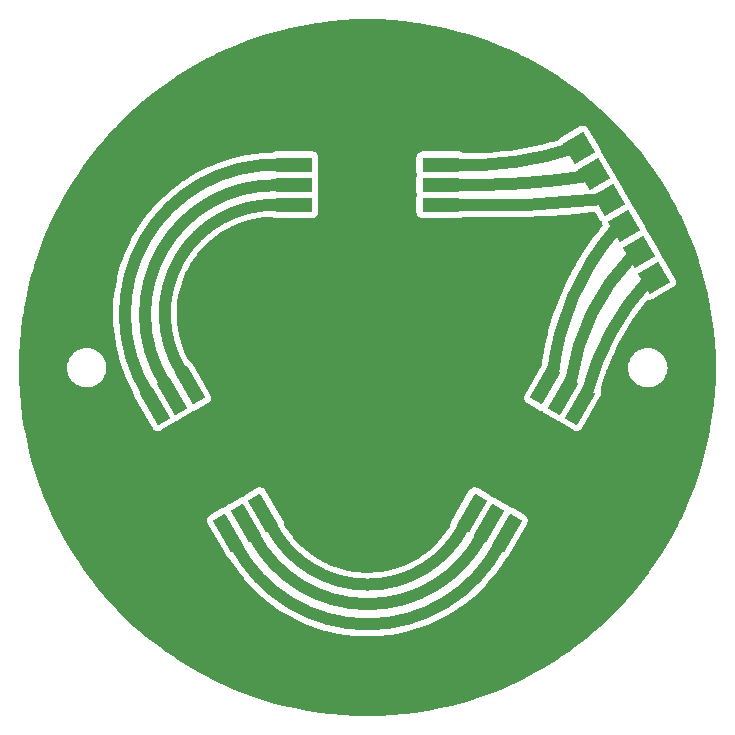
<source format=gtl>
%TF.GenerationSoftware,KiCad,Pcbnew,(5.99.0-11336-g5116fa6d12)*%
%TF.CreationDate,2021-07-16T01:57:22+02:00*%
%TF.ProjectId,LED_PCB_60mm,4c45445f-5043-4425-9f36-306d6d2e6b69,rev?*%
%TF.SameCoordinates,Original*%
%TF.FileFunction,Copper,L1,Top*%
%TF.FilePolarity,Positive*%
%FSLAX46Y46*%
G04 Gerber Fmt 4.6, Leading zero omitted, Abs format (unit mm)*
G04 Created by KiCad (PCBNEW (5.99.0-11336-g5116fa6d12)) date 2021-07-16 01:57:22*
%MOMM*%
%LPD*%
G01*
G04 APERTURE LIST*
G04 Aperture macros list*
%AMRotRect*
0 Rectangle, with rotation*
0 The origin of the aperture is its center*
0 $1 length*
0 $2 width*
0 $3 Rotation angle, in degrees counterclockwise*
0 Add horizontal line*
21,1,$1,$2,0,0,$3*%
G04 Aperture macros list end*
%TA.AperFunction,NonConductor*%
%ADD10C,1.000000*%
%TD*%
%TA.AperFunction,SMDPad,CuDef*%
%ADD11RotRect,2.000000X2.000000X300.000000*%
%TD*%
%TA.AperFunction,SMDPad,CuDef*%
%ADD12R,3.100000X1.200000*%
%TD*%
%TA.AperFunction,SMDPad,CuDef*%
%ADD13C,5.700000*%
%TD*%
%TA.AperFunction,SMDPad,CuDef*%
%ADD14RotRect,3.100000X1.200000X240.000000*%
%TD*%
%TA.AperFunction,SMDPad,CuDef*%
%ADD15RotRect,3.100000X1.200000X60.000000*%
%TD*%
%TA.AperFunction,SMDPad,CuDef*%
%ADD16RotRect,3.100000X1.200000X120.000000*%
%TD*%
%TA.AperFunction,SMDPad,CuDef*%
%ADD17RotRect,3.100000X1.200000X300.000000*%
%TD*%
%TA.AperFunction,Conductor*%
%ADD18C,0.250000*%
%TD*%
G04 APERTURE END LIST*
D10*
X159958846Y-104358473D02*
G75*
G02*
X140589396Y-104337600I-9679234J5105817D01*
G01*
X131673598Y-92405201D02*
G75*
G02*
X142849600Y-72999600I10692891J6762811D01*
G01*
X169113200Y-73914000D02*
G75*
G02*
X157716857Y-74685339I-9985390J62956931D01*
G01*
X171145200Y-78587600D02*
G75*
G03*
X165963600Y-90627200I16581487J-14271164D01*
G01*
X172669199Y-80721199D02*
G75*
G03*
X167487600Y-91287600I13510788J-13179171D01*
G01*
X167894000Y-71526400D02*
G75*
G02*
X157632400Y-72999600I-9089707J26839236D01*
G01*
X158411758Y-103609237D02*
G75*
G02*
X142117402Y-103631382I-8153000J4272642D01*
G01*
X161461942Y-105133108D02*
G75*
G02*
X139068197Y-105157207I-11203212J5878910D01*
G01*
X133095999Y-91490799D02*
G75*
G02*
X142798800Y-74726800I9261384J5829554D01*
G01*
X174040800Y-82753200D02*
G75*
G03*
X168910000Y-92100400I16298044J-15027990D01*
G01*
X134518400Y-90525600D02*
G75*
G02*
X142646400Y-76403200I7776717J4924385D01*
G01*
X170129200Y-75895200D02*
G75*
G02*
X157657316Y-76380688I-9279669J77948701D01*
G01*
D11*
%TO.P,J4,1,Pin_1*%
%TO.N,Net-(D3-Pad2)*%
X173228000Y-80345409D03*
%TD*%
%TO.P,J6,1,Pin_1*%
%TO.N,Net-(D3-Pad3)*%
X171958000Y-78145704D03*
%TD*%
D12*
%TO.P,D1,1,RK*%
%TO.N,Net-(D1-Pad1)*%
X144022000Y-72976000D03*
%TO.P,D1,2,GK*%
%TO.N,Net-(D1-Pad2)*%
X144022000Y-74676000D03*
%TO.P,D1,3,BK*%
%TO.N,Net-(D1-Pad3)*%
X144022000Y-76376000D03*
%TO.P,D1,4,BA*%
%TO.N,Net-(D1-Pad4)*%
X156462000Y-76376000D03*
%TO.P,D1,5,GA*%
%TO.N,Net-(D1-Pad5)*%
X156462000Y-74676000D03*
%TO.P,D1,6,RA*%
%TO.N,Net-(D1-Pad6)*%
X156462000Y-72976000D03*
D13*
%TO.P,D1,PAD*%
%TO.N,GND*%
X150242000Y-74676000D03*
%TD*%
D14*
%TO.P,D3,1,RK*%
%TO.N,Net-(D3-Pad1)*%
X168242441Y-93380322D03*
%TO.P,D3,2,GK*%
%TO.N,Net-(D3-Pad2)*%
X166770198Y-92530322D03*
%TO.P,D3,3,BK*%
%TO.N,Net-(D3-Pad3)*%
X165297955Y-91680322D03*
D15*
%TO.P,D3,4,BA*%
%TO.N,Net-(D2-Pad3)*%
X159077955Y-102453678D03*
%TO.P,D3,5,GA*%
%TO.N,Net-(D2-Pad2)*%
X160550198Y-103303678D03*
%TO.P,D3,6,RA*%
%TO.N,Net-(D2-Pad1)*%
X162022441Y-104153678D03*
D13*
%TO.P,D3,PAD*%
%TO.N,GND*%
X163660198Y-97917000D03*
%TD*%
D11*
%TO.P,J3,1,Pin_1*%
%TO.N,Net-(D1-Pad5)*%
X169418000Y-73746295D03*
%TD*%
%TO.P,J2,1,Pin_1*%
%TO.N,Net-(D3-Pad1)*%
X174498000Y-82545113D03*
%TD*%
D16*
%TO.P,D2,1,RK*%
%TO.N,Net-(D2-Pad1)*%
X138461559Y-104153678D03*
%TO.P,D2,2,GK*%
%TO.N,Net-(D2-Pad2)*%
X139933802Y-103303678D03*
%TO.P,D2,3,BK*%
%TO.N,Net-(D2-Pad3)*%
X141406045Y-102453678D03*
D17*
%TO.P,D2,4,BA*%
%TO.N,Net-(D1-Pad3)*%
X135186045Y-91680322D03*
%TO.P,D2,5,GA*%
%TO.N,Net-(D1-Pad2)*%
X133713802Y-92530322D03*
%TO.P,D2,6,RA*%
%TO.N,Net-(D1-Pad1)*%
X132241559Y-93380322D03*
D13*
%TO.P,D2,PAD*%
%TO.N,GND*%
X136823802Y-97917000D03*
%TD*%
D11*
%TO.P,J5,1,Pin_1*%
%TO.N,Net-(D1-Pad4)*%
X170688000Y-75946000D03*
%TD*%
%TO.P,J1,1,Pin_1*%
%TO.N,Net-(D1-Pad6)*%
X168148000Y-71546591D03*
%TD*%
D18*
%TO.N,Net-(D1-Pad2)*%
X144022000Y-74676000D02*
X143072000Y-74676000D01*
%TO.N,Net-(D1-Pad3)*%
X144022000Y-76450000D02*
X144018000Y-76454000D01*
X144022000Y-76376000D02*
X144022000Y-76450000D01*
%TD*%
%TA.AperFunction,Conductor*%
%TO.N,GND*%
G36*
X151021566Y-60686688D02*
G01*
X151269244Y-60691011D01*
X151273639Y-60691165D01*
X152297380Y-60744817D01*
X152301768Y-60745123D01*
X153323085Y-60834476D01*
X153327459Y-60834936D01*
X154344994Y-60959874D01*
X154349349Y-60960486D01*
X154615705Y-61002672D01*
X155361946Y-61120865D01*
X155366231Y-61121621D01*
X156372596Y-61317238D01*
X156376875Y-61318148D01*
X157152364Y-61497184D01*
X157375811Y-61548771D01*
X157380078Y-61549835D01*
X158370354Y-61815178D01*
X158374565Y-61816387D01*
X158825854Y-61954359D01*
X159354943Y-62116118D01*
X159359126Y-62117477D01*
X160328464Y-62451247D01*
X160332596Y-62452751D01*
X161289672Y-62820138D01*
X161293750Y-62821785D01*
X161713099Y-62999788D01*
X162237469Y-63222370D01*
X162241460Y-63224147D01*
X163170636Y-63657429D01*
X163174528Y-63659327D01*
X163986718Y-64073158D01*
X164088014Y-64124771D01*
X164091897Y-64126836D01*
X164988551Y-64623860D01*
X164992325Y-64626039D01*
X165871122Y-65154073D01*
X165874819Y-65156384D01*
X166304727Y-65435569D01*
X166734618Y-65714744D01*
X166738263Y-65717203D01*
X167578052Y-66305228D01*
X167581611Y-66307813D01*
X168400376Y-66924798D01*
X168403841Y-66927506D01*
X169200532Y-67572653D01*
X169203901Y-67575480D01*
X169977623Y-68248067D01*
X169980892Y-68251009D01*
X170730696Y-68950212D01*
X170733859Y-68953268D01*
X171458732Y-69678141D01*
X171461787Y-69681303D01*
X171627009Y-69858482D01*
X172160991Y-70431108D01*
X172163933Y-70434377D01*
X172836520Y-71208099D01*
X172839347Y-71211468D01*
X173484494Y-72008159D01*
X173487200Y-72011622D01*
X174026174Y-72726862D01*
X174104187Y-72830389D01*
X174106772Y-72833948D01*
X174694797Y-73673737D01*
X174697256Y-73677382D01*
X175255606Y-74537164D01*
X175257927Y-74540878D01*
X175781204Y-75411756D01*
X175785951Y-75419657D01*
X175788140Y-75423449D01*
X175983563Y-75776000D01*
X176285164Y-76320103D01*
X176287229Y-76323986D01*
X176752673Y-77237472D01*
X176754571Y-77241364D01*
X177168708Y-78129483D01*
X177187847Y-78170527D01*
X177189630Y-78174531D01*
X177327870Y-78500203D01*
X177590215Y-79118250D01*
X177591862Y-79122328D01*
X177959249Y-80079404D01*
X177960753Y-80083536D01*
X178294523Y-81052874D01*
X178295882Y-81057057D01*
X178359758Y-81265986D01*
X178586612Y-82007991D01*
X178595611Y-82037427D01*
X178596824Y-82041655D01*
X178862165Y-83031922D01*
X178863229Y-83036189D01*
X179071492Y-83938269D01*
X179093850Y-84035113D01*
X179094762Y-84039404D01*
X179256501Y-84871478D01*
X179290375Y-85045746D01*
X179291135Y-85050054D01*
X179350783Y-85426656D01*
X179451514Y-86062651D01*
X179452126Y-86067006D01*
X179577064Y-87084541D01*
X179577524Y-87088915D01*
X179666877Y-88110232D01*
X179667183Y-88114620D01*
X179720835Y-89138361D01*
X179720989Y-89142756D01*
X179736228Y-90015737D01*
X179738882Y-90167801D01*
X179738882Y-90172177D01*
X179729320Y-90719964D01*
X179720989Y-91197244D01*
X179720835Y-91201639D01*
X179667183Y-92225380D01*
X179666877Y-92229768D01*
X179577524Y-93251085D01*
X179577064Y-93255459D01*
X179452126Y-94272994D01*
X179451514Y-94277349D01*
X179358506Y-94864585D01*
X179291139Y-95289923D01*
X179290379Y-95294231D01*
X179243466Y-95535579D01*
X179094764Y-96300585D01*
X179093850Y-96304887D01*
X178863229Y-97303811D01*
X178862165Y-97308078D01*
X178596824Y-98298345D01*
X178595611Y-98302573D01*
X178295882Y-99282943D01*
X178294523Y-99287126D01*
X177960753Y-100256464D01*
X177959249Y-100260596D01*
X177591862Y-101217672D01*
X177590215Y-101221750D01*
X177231583Y-102066635D01*
X177189636Y-102165455D01*
X177187853Y-102169460D01*
X176754571Y-103098636D01*
X176752673Y-103102528D01*
X176516656Y-103565738D01*
X176287229Y-104016014D01*
X176285164Y-104019897D01*
X176001433Y-104531762D01*
X175788150Y-104916534D01*
X175785961Y-104920325D01*
X175257937Y-105799106D01*
X175255616Y-105802819D01*
X175093277Y-106052800D01*
X174697256Y-106662618D01*
X174694797Y-106666263D01*
X174106772Y-107506052D01*
X174104193Y-107509602D01*
X174086435Y-107533168D01*
X173487202Y-108328376D01*
X173484494Y-108331841D01*
X172839347Y-109128532D01*
X172836520Y-109131901D01*
X172163933Y-109905623D01*
X172160992Y-109908891D01*
X171640572Y-110466974D01*
X171461788Y-110658696D01*
X171458732Y-110661859D01*
X170733859Y-111386732D01*
X170730696Y-111389788D01*
X169980892Y-112088991D01*
X169977623Y-112091933D01*
X169203901Y-112764520D01*
X169200532Y-112767347D01*
X168403841Y-113412494D01*
X168400376Y-113415202D01*
X167581611Y-114032187D01*
X167578052Y-114034772D01*
X166738263Y-114622797D01*
X166734618Y-114625256D01*
X166304727Y-114904431D01*
X165874819Y-115183616D01*
X165871122Y-115185927D01*
X164992325Y-115713961D01*
X164988551Y-115716140D01*
X164392623Y-116046469D01*
X164091897Y-116213164D01*
X164088014Y-116215229D01*
X163174528Y-116680673D01*
X163170636Y-116682571D01*
X162241460Y-117115853D01*
X162237469Y-117117630D01*
X161713099Y-117340212D01*
X161293750Y-117518215D01*
X161289672Y-117519862D01*
X160332596Y-117887249D01*
X160328464Y-117888753D01*
X159359126Y-118222523D01*
X159354943Y-118223882D01*
X158825854Y-118385641D01*
X158578920Y-118461136D01*
X158374573Y-118523611D01*
X158370354Y-118524822D01*
X157683572Y-118708844D01*
X157380078Y-118790165D01*
X157375811Y-118791229D01*
X156376875Y-119021852D01*
X156372596Y-119022762D01*
X155366231Y-119218379D01*
X155361946Y-119219135D01*
X154615705Y-119337328D01*
X154349349Y-119379514D01*
X154344994Y-119380126D01*
X153327459Y-119505064D01*
X153323085Y-119505524D01*
X152301768Y-119594877D01*
X152297380Y-119595183D01*
X151273639Y-119648835D01*
X151269244Y-119648989D01*
X151021566Y-119653312D01*
X150244177Y-119666882D01*
X150239823Y-119666882D01*
X149462434Y-119653312D01*
X149214756Y-119648989D01*
X149210361Y-119648835D01*
X148186620Y-119595183D01*
X148182232Y-119594877D01*
X147160915Y-119505524D01*
X147156541Y-119505064D01*
X146139006Y-119380126D01*
X146134651Y-119379514D01*
X145868295Y-119337328D01*
X145122054Y-119219135D01*
X145117769Y-119218379D01*
X144111404Y-119022762D01*
X144107125Y-119021852D01*
X143108189Y-118791229D01*
X143103922Y-118790165D01*
X142800428Y-118708844D01*
X142113646Y-118524822D01*
X142109427Y-118523611D01*
X141905081Y-118461136D01*
X141658146Y-118385641D01*
X141129057Y-118223882D01*
X141124874Y-118222523D01*
X140155536Y-117888753D01*
X140151404Y-117887249D01*
X139194328Y-117519862D01*
X139190250Y-117518215D01*
X138770901Y-117340212D01*
X138246531Y-117117630D01*
X138242540Y-117115853D01*
X137313364Y-116682571D01*
X137309472Y-116680673D01*
X136395986Y-116215229D01*
X136392103Y-116213164D01*
X136091377Y-116046469D01*
X135495449Y-115716140D01*
X135491675Y-115713961D01*
X134612878Y-115185927D01*
X134609181Y-115183616D01*
X134179273Y-114904431D01*
X133749382Y-114625256D01*
X133745737Y-114622797D01*
X132905948Y-114034772D01*
X132902389Y-114032187D01*
X132083624Y-113415202D01*
X132080159Y-113412494D01*
X131283468Y-112767347D01*
X131280099Y-112764520D01*
X130506377Y-112091933D01*
X130503108Y-112088991D01*
X129753304Y-111389788D01*
X129750141Y-111386732D01*
X129025268Y-110661859D01*
X129022212Y-110658696D01*
X128843429Y-110466974D01*
X128323008Y-109908891D01*
X128320067Y-109905623D01*
X127647480Y-109131901D01*
X127644653Y-109128532D01*
X126999506Y-108331841D01*
X126996798Y-108328376D01*
X126397565Y-107533168D01*
X126379807Y-107509602D01*
X126377228Y-107506052D01*
X125789203Y-106666263D01*
X125786744Y-106662618D01*
X125390723Y-106052800D01*
X125228384Y-105802819D01*
X125226063Y-105799106D01*
X124698039Y-104920325D01*
X124695850Y-104916534D01*
X124482568Y-104531762D01*
X124198836Y-104019897D01*
X124196771Y-104016014D01*
X123967344Y-103565738D01*
X123731327Y-103102528D01*
X123729429Y-103098636D01*
X123723959Y-103086906D01*
X136654026Y-103086906D01*
X136667919Y-103232401D01*
X136722240Y-103368089D01*
X136724494Y-103371994D01*
X136724495Y-103371995D01*
X138082304Y-105723788D01*
X138272240Y-106052767D01*
X138273497Y-106054624D01*
X138273500Y-106054629D01*
X138275579Y-106057701D01*
X138313306Y-106113442D01*
X138419085Y-106214302D01*
X138427091Y-106218429D01*
X138427099Y-106218435D01*
X138505188Y-106258692D01*
X138553877Y-106303233D01*
X138913885Y-106871250D01*
X138913896Y-106871266D01*
X138914778Y-106872658D01*
X138915739Y-106874010D01*
X138915747Y-106874022D01*
X139167603Y-107228376D01*
X139334283Y-107462891D01*
X139335327Y-107464206D01*
X139335329Y-107464209D01*
X139766557Y-108007509D01*
X139784466Y-108030073D01*
X140264063Y-108572610D01*
X140771726Y-109088980D01*
X141063119Y-109355531D01*
X141304793Y-109576601D01*
X141304804Y-109576611D01*
X141306030Y-109577732D01*
X141307313Y-109578786D01*
X141307316Y-109578789D01*
X141843464Y-110019404D01*
X141865476Y-110037494D01*
X142448490Y-110466974D01*
X142449888Y-110467894D01*
X142449897Y-110467900D01*
X142631178Y-110587164D01*
X143053438Y-110864967D01*
X143678619Y-111230355D01*
X143680127Y-111231132D01*
X143680132Y-111231135D01*
X144320785Y-111561342D01*
X144320801Y-111561350D01*
X144322278Y-111562111D01*
X144982608Y-111859305D01*
X144984189Y-111859918D01*
X145656170Y-112120488D01*
X145656177Y-112120491D01*
X145657754Y-112121102D01*
X146345821Y-112346766D01*
X146721992Y-112448414D01*
X147043264Y-112535228D01*
X147043275Y-112535231D01*
X147044875Y-112535663D01*
X147752955Y-112687265D01*
X148468071Y-112801143D01*
X149188216Y-112876980D01*
X149911367Y-112914561D01*
X150269775Y-112914175D01*
X150633833Y-112913784D01*
X150633841Y-112913784D01*
X150635493Y-112913782D01*
X151025876Y-112892651D01*
X151356905Y-112874734D01*
X151356917Y-112874733D01*
X151358562Y-112874644D01*
X151824840Y-112824527D01*
X152076879Y-112797437D01*
X152076888Y-112797436D01*
X152078542Y-112797258D01*
X152793411Y-112681840D01*
X152795029Y-112681490D01*
X152795034Y-112681489D01*
X153034353Y-112629711D01*
X153501163Y-112528715D01*
X154199809Y-112338314D01*
X154559379Y-112219528D01*
X154885809Y-112111691D01*
X154885821Y-112111687D01*
X154887388Y-112111169D01*
X154888937Y-112110565D01*
X154888944Y-112110562D01*
X155560420Y-111848525D01*
X155560424Y-111848523D01*
X155561970Y-111847920D01*
X156193370Y-111562111D01*
X156220154Y-111549987D01*
X156220160Y-111549984D01*
X156221658Y-111549306D01*
X156223127Y-111548545D01*
X156863121Y-111216932D01*
X156863139Y-111216922D01*
X156864602Y-111216164D01*
X157488995Y-110849432D01*
X158067614Y-110466974D01*
X158091689Y-110451061D01*
X158091696Y-110451056D01*
X158093085Y-110450138D01*
X158486798Y-110158799D01*
X158673819Y-110020407D01*
X158673827Y-110020401D01*
X158675174Y-110019404D01*
X158676467Y-110018337D01*
X158676482Y-110018325D01*
X159232334Y-109559507D01*
X159233628Y-109558439D01*
X159766879Y-109068538D01*
X160273430Y-108551077D01*
X160274524Y-108549835D01*
X160274538Y-108549819D01*
X160750748Y-108008771D01*
X160750762Y-108008754D01*
X160751858Y-108007509D01*
X161126581Y-107533307D01*
X161199776Y-107440680D01*
X161199778Y-107440678D01*
X161200819Y-107439360D01*
X161619053Y-106848225D01*
X161975516Y-106283117D01*
X162008999Y-106247703D01*
X162064636Y-106208084D01*
X162121412Y-106167654D01*
X162211760Y-106052767D01*
X162216290Y-106044921D01*
X163760638Y-103370033D01*
X163760642Y-103370025D01*
X163761760Y-103368089D01*
X163793773Y-103302188D01*
X163828231Y-103160150D01*
X163821276Y-103014159D01*
X163773473Y-102876040D01*
X163688694Y-102756984D01*
X163573806Y-102666635D01*
X163569909Y-102664385D01*
X162536520Y-102067757D01*
X162536512Y-102067753D01*
X162534576Y-102066635D01*
X162532559Y-102065655D01*
X162532553Y-102065652D01*
X162511677Y-102055511D01*
X162468675Y-102034622D01*
X162326637Y-102000164D01*
X162327110Y-101998216D01*
X162271962Y-101976139D01*
X162247214Y-101950183D01*
X162221680Y-101914326D01*
X162221677Y-101914323D01*
X162216451Y-101906984D01*
X162101563Y-101816635D01*
X161726966Y-101600361D01*
X161064277Y-101217757D01*
X161064269Y-101217753D01*
X161062333Y-101216635D01*
X161060316Y-101215655D01*
X161060310Y-101215652D01*
X161039434Y-101205511D01*
X160996432Y-101184622D01*
X160854394Y-101150164D01*
X160854867Y-101148216D01*
X160799719Y-101126139D01*
X160774971Y-101100183D01*
X160749437Y-101064326D01*
X160749434Y-101064323D01*
X160744208Y-101056984D01*
X160629320Y-100966635D01*
X160625423Y-100964385D01*
X159592034Y-100367757D01*
X159592026Y-100367753D01*
X159590090Y-100366635D01*
X159588073Y-100365655D01*
X159588067Y-100365652D01*
X159559911Y-100351975D01*
X159524189Y-100334622D01*
X159382151Y-100300164D01*
X159373145Y-100300593D01*
X159373144Y-100300593D01*
X159245163Y-100306690D01*
X159245162Y-100306690D01*
X159236160Y-100307119D01*
X159227643Y-100310067D01*
X159227642Y-100310067D01*
X159106555Y-100351975D01*
X159106553Y-100351976D01*
X159098041Y-100354922D01*
X158978984Y-100439702D01*
X158888636Y-100554589D01*
X158886386Y-100558485D01*
X158886386Y-100558486D01*
X157347781Y-103223428D01*
X157338636Y-103239267D01*
X157306623Y-103305168D01*
X157272165Y-103447206D01*
X157272594Y-103456212D01*
X157272594Y-103456213D01*
X157276074Y-103529256D01*
X157259770Y-103597493D01*
X157246083Y-103621585D01*
X157241606Y-103628876D01*
X156939160Y-104085920D01*
X156934199Y-104092891D01*
X156601424Y-104528362D01*
X156596001Y-104534980D01*
X156234443Y-104946858D01*
X156228583Y-104953093D01*
X155839910Y-105339477D01*
X155833642Y-105345299D01*
X155419611Y-105704441D01*
X155412992Y-105709799D01*
X155112852Y-105936363D01*
X154975557Y-106040001D01*
X154968557Y-106044921D01*
X154509735Y-106344665D01*
X154502417Y-106349099D01*
X154024307Y-106617013D01*
X154016705Y-106620940D01*
X153521514Y-106855789D01*
X153513663Y-106859191D01*
X153479443Y-106872658D01*
X153003664Y-107059895D01*
X152995614Y-107062750D01*
X152976280Y-107068880D01*
X152473174Y-107228376D01*
X152464935Y-107230683D01*
X152198703Y-107295576D01*
X151932459Y-107360471D01*
X151924107Y-107362208D01*
X151384027Y-107455563D01*
X151375575Y-107456729D01*
X151079371Y-107487418D01*
X150830423Y-107513211D01*
X150821887Y-107513803D01*
X150548034Y-107523479D01*
X150274171Y-107533156D01*
X150265635Y-107533168D01*
X149717841Y-107515303D01*
X149709331Y-107514736D01*
X149164024Y-107459735D01*
X149155552Y-107458589D01*
X148615245Y-107366709D01*
X148606864Y-107364989D01*
X148588094Y-107360468D01*
X148074030Y-107236647D01*
X148065812Y-107234370D01*
X147542914Y-107070161D01*
X147534847Y-107067323D01*
X147024312Y-106868009D01*
X147016451Y-106864629D01*
X146910612Y-106814786D01*
X146520612Y-106631122D01*
X146513024Y-106627228D01*
X146207403Y-106457060D01*
X146034176Y-106360608D01*
X146026846Y-106356194D01*
X145567215Y-106057701D01*
X145560201Y-106052800D01*
X145121870Y-105723788D01*
X145115219Y-105718434D01*
X144700226Y-105360430D01*
X144693951Y-105354633D01*
X144304215Y-104969292D01*
X144298339Y-104963073D01*
X144286866Y-104950074D01*
X143935678Y-104552197D01*
X143930237Y-104545594D01*
X143596269Y-104111016D01*
X143591296Y-104104070D01*
X143287602Y-103647839D01*
X143283110Y-103640568D01*
X143226873Y-103542207D01*
X143210828Y-103491646D01*
X143200542Y-103383928D01*
X143200542Y-103383927D01*
X143199685Y-103374955D01*
X143145364Y-103239267D01*
X142979650Y-102952241D01*
X141596491Y-100556541D01*
X141595364Y-100554589D01*
X141592972Y-100551054D01*
X141585642Y-100540224D01*
X141554298Y-100493914D01*
X141448519Y-100393054D01*
X141318609Y-100326081D01*
X141309759Y-100324375D01*
X141309758Y-100324375D01*
X141183941Y-100300126D01*
X141183939Y-100300126D01*
X141175093Y-100298421D01*
X141088496Y-100306690D01*
X141038571Y-100311457D01*
X141038570Y-100311457D01*
X141029598Y-100312314D01*
X141021230Y-100315664D01*
X140984891Y-100330212D01*
X140893910Y-100366635D01*
X140890005Y-100368889D01*
X140890004Y-100368890D01*
X139858577Y-100964385D01*
X139854680Y-100966635D01*
X139852823Y-100967892D01*
X139852818Y-100967895D01*
X139840315Y-100976357D01*
X139794005Y-101007701D01*
X139693145Y-101113480D01*
X139691694Y-101112097D01*
X139645001Y-101148818D01*
X139610147Y-101157273D01*
X139566328Y-101161457D01*
X139566327Y-101161457D01*
X139557355Y-101162314D01*
X139421667Y-101216635D01*
X139417762Y-101218889D01*
X139417761Y-101218890D01*
X138757034Y-101600361D01*
X138382437Y-101816635D01*
X138380580Y-101817892D01*
X138380575Y-101817895D01*
X138368072Y-101826357D01*
X138321762Y-101857701D01*
X138220902Y-101963480D01*
X138219451Y-101962097D01*
X138172758Y-101998818D01*
X138137904Y-102007273D01*
X138094085Y-102011457D01*
X138094084Y-102011457D01*
X138085112Y-102012314D01*
X137949424Y-102066635D01*
X137945519Y-102068889D01*
X137945518Y-102068890D01*
X136914091Y-102664385D01*
X136910194Y-102666635D01*
X136908337Y-102667892D01*
X136908332Y-102667895D01*
X136895829Y-102676357D01*
X136849519Y-102707701D01*
X136748659Y-102813480D01*
X136681686Y-102943390D01*
X136679980Y-102952240D01*
X136679980Y-102952241D01*
X136668047Y-103014159D01*
X136654026Y-103086906D01*
X123723959Y-103086906D01*
X123296147Y-102169460D01*
X123294364Y-102165455D01*
X123252418Y-102066635D01*
X122893785Y-101221750D01*
X122892138Y-101217672D01*
X122524751Y-100260596D01*
X122523247Y-100256464D01*
X122189477Y-99287126D01*
X122188118Y-99282943D01*
X121888389Y-98302573D01*
X121887176Y-98298345D01*
X121621835Y-97308078D01*
X121620771Y-97303811D01*
X121390150Y-96304887D01*
X121389236Y-96300585D01*
X121240534Y-95535579D01*
X121193621Y-95294231D01*
X121192861Y-95289923D01*
X121125495Y-94864585D01*
X121032486Y-94277349D01*
X121031874Y-94272994D01*
X120906936Y-93255459D01*
X120906476Y-93251085D01*
X120817123Y-92229768D01*
X120816817Y-92225380D01*
X120763165Y-91201639D01*
X120763011Y-91197244D01*
X120754680Y-90719964D01*
X120745118Y-90172177D01*
X120745118Y-90170000D01*
X124828873Y-90170000D01*
X124849349Y-90430170D01*
X124850503Y-90434977D01*
X124850504Y-90434983D01*
X124888339Y-90592577D01*
X124910272Y-90683935D01*
X124912165Y-90688506D01*
X124912166Y-90688508D01*
X124920515Y-90708663D01*
X125010143Y-90925044D01*
X125146502Y-91147562D01*
X125149709Y-91151317D01*
X125149712Y-91151321D01*
X125190800Y-91199428D01*
X125315992Y-91346008D01*
X125319748Y-91349216D01*
X125510679Y-91512288D01*
X125510683Y-91512291D01*
X125514438Y-91515498D01*
X125736956Y-91651857D01*
X125741526Y-91653750D01*
X125741530Y-91653752D01*
X125973492Y-91749834D01*
X125978065Y-91751728D01*
X126065119Y-91772628D01*
X126227017Y-91811496D01*
X126227023Y-91811497D01*
X126231830Y-91812651D01*
X126492000Y-91833127D01*
X126752170Y-91812651D01*
X126756977Y-91811497D01*
X126756983Y-91811496D01*
X126918881Y-91772628D01*
X127005935Y-91751728D01*
X127010508Y-91749834D01*
X127242470Y-91653752D01*
X127242474Y-91653750D01*
X127247044Y-91651857D01*
X127469562Y-91515498D01*
X127473317Y-91512291D01*
X127473321Y-91512288D01*
X127664252Y-91349216D01*
X127668008Y-91346008D01*
X127793200Y-91199428D01*
X127834288Y-91151321D01*
X127834291Y-91151317D01*
X127837498Y-91147562D01*
X127973857Y-90925044D01*
X128063486Y-90708663D01*
X128071834Y-90688508D01*
X128071835Y-90688506D01*
X128073728Y-90683935D01*
X128095661Y-90592577D01*
X128133496Y-90434983D01*
X128133497Y-90434977D01*
X128134651Y-90430170D01*
X128155127Y-90170000D01*
X128134651Y-89909830D01*
X128073728Y-89656065D01*
X128036521Y-89566240D01*
X127975752Y-89419530D01*
X127975750Y-89419526D01*
X127973857Y-89414956D01*
X127837498Y-89192438D01*
X127834291Y-89188683D01*
X127834288Y-89188679D01*
X127671216Y-88997748D01*
X127668008Y-88993992D01*
X127639354Y-88969519D01*
X127473321Y-88827712D01*
X127473317Y-88827709D01*
X127469562Y-88824502D01*
X127247044Y-88688143D01*
X127242474Y-88686250D01*
X127242470Y-88686248D01*
X127010508Y-88590166D01*
X127010506Y-88590165D01*
X127005935Y-88588272D01*
X126918881Y-88567372D01*
X126756983Y-88528504D01*
X126756977Y-88528503D01*
X126752170Y-88527349D01*
X126492000Y-88506873D01*
X126231830Y-88527349D01*
X126227023Y-88528503D01*
X126227017Y-88528504D01*
X126065119Y-88567372D01*
X125978065Y-88588272D01*
X125973494Y-88590165D01*
X125973492Y-88590166D01*
X125741530Y-88686248D01*
X125741526Y-88686250D01*
X125736956Y-88688143D01*
X125514438Y-88824502D01*
X125510683Y-88827709D01*
X125510679Y-88827712D01*
X125344646Y-88969519D01*
X125315992Y-88993992D01*
X125312784Y-88997748D01*
X125149712Y-89188679D01*
X125149709Y-89188683D01*
X125146502Y-89192438D01*
X125010143Y-89414956D01*
X125008250Y-89419526D01*
X125008248Y-89419530D01*
X124947479Y-89566240D01*
X124910272Y-89656065D01*
X124849349Y-89909830D01*
X124829406Y-90163228D01*
X124828873Y-90170000D01*
X120745118Y-90170000D01*
X120745118Y-90167801D01*
X120747773Y-90015737D01*
X120763011Y-89142756D01*
X120763165Y-89138361D01*
X120816817Y-88114620D01*
X120817123Y-88110232D01*
X120906476Y-87088915D01*
X120906936Y-87084541D01*
X121031874Y-86067006D01*
X121032486Y-86062651D01*
X121133217Y-85426656D01*
X121140249Y-85382260D01*
X128704186Y-85382260D01*
X128704571Y-85433850D01*
X128709263Y-86062651D01*
X128709589Y-86106366D01*
X128709690Y-86108029D01*
X128709690Y-86108039D01*
X128742325Y-86647163D01*
X128753343Y-86829170D01*
X128835325Y-87548641D01*
X128835606Y-87550311D01*
X128835606Y-87550314D01*
X128930043Y-88112399D01*
X128955305Y-88262759D01*
X128955666Y-88264376D01*
X128955669Y-88264393D01*
X129014321Y-88527349D01*
X129112946Y-88969519D01*
X129113400Y-88971143D01*
X129113400Y-88971144D01*
X129307356Y-89665330D01*
X129307362Y-89665349D01*
X129307805Y-89666935D01*
X129539335Y-90353050D01*
X129806887Y-91025936D01*
X130109707Y-91683705D01*
X130110480Y-91685174D01*
X130110486Y-91685186D01*
X130420873Y-92274963D01*
X130434801Y-92321667D01*
X130447919Y-92459045D01*
X130502240Y-92594733D01*
X130504494Y-92598638D01*
X130504495Y-92598639D01*
X131737241Y-94733817D01*
X132052240Y-95279411D01*
X132053497Y-95281268D01*
X132053500Y-95281273D01*
X132059355Y-95289923D01*
X132093306Y-95340086D01*
X132199085Y-95440946D01*
X132328995Y-95507919D01*
X132337845Y-95509625D01*
X132337846Y-95509625D01*
X132463663Y-95533874D01*
X132463665Y-95533874D01*
X132472511Y-95535579D01*
X132566753Y-95526580D01*
X132609033Y-95522543D01*
X132609034Y-95522543D01*
X132618006Y-95521686D01*
X132652395Y-95507919D01*
X132749505Y-95469042D01*
X132753694Y-95467365D01*
X132892515Y-95387217D01*
X133790972Y-94868492D01*
X133792924Y-94867365D01*
X133797032Y-94864585D01*
X133807289Y-94857643D01*
X133853599Y-94826299D01*
X133954459Y-94720520D01*
X133955910Y-94721903D01*
X134002603Y-94685182D01*
X134037457Y-94676727D01*
X134081276Y-94672543D01*
X134081277Y-94672543D01*
X134090249Y-94671686D01*
X134225937Y-94617365D01*
X135265167Y-94017365D01*
X135269275Y-94014585D01*
X135279532Y-94007643D01*
X135325842Y-93976299D01*
X135426702Y-93870520D01*
X135428153Y-93871903D01*
X135474846Y-93835182D01*
X135509700Y-93826727D01*
X135553519Y-93822543D01*
X135553520Y-93822543D01*
X135562492Y-93821686D01*
X135698180Y-93767365D01*
X136737410Y-93167365D01*
X136741518Y-93164585D01*
X136751775Y-93157643D01*
X136798085Y-93126299D01*
X136898945Y-93020520D01*
X136965918Y-92890610D01*
X136977916Y-92828359D01*
X136991873Y-92755942D01*
X136991873Y-92755940D01*
X136993578Y-92747094D01*
X136979685Y-92601599D01*
X136925364Y-92465911D01*
X136389540Y-91537836D01*
X135376491Y-89783185D01*
X135375364Y-89781233D01*
X135334298Y-89720558D01*
X135228519Y-89619698D01*
X135155505Y-89582057D01*
X135104562Y-89533819D01*
X135090538Y-89509912D01*
X135086469Y-89502402D01*
X134841882Y-89011955D01*
X134838325Y-89004173D01*
X134640187Y-88528504D01*
X134627578Y-88498233D01*
X134624561Y-88490236D01*
X134579670Y-88357780D01*
X134448641Y-87971172D01*
X134446172Y-87962979D01*
X134305891Y-87433187D01*
X134303983Y-87424847D01*
X134199980Y-86886756D01*
X134198642Y-86878305D01*
X134131396Y-86334382D01*
X134130635Y-86325859D01*
X134127202Y-86263588D01*
X134100461Y-85778636D01*
X134100280Y-85770082D01*
X134105279Y-85380584D01*
X134107314Y-85222048D01*
X134107715Y-85213507D01*
X134135396Y-84871478D01*
X134151925Y-84667244D01*
X134152903Y-84658751D01*
X134153133Y-84657220D01*
X134234088Y-84116735D01*
X134235642Y-84108322D01*
X134353426Y-83573061D01*
X134355542Y-83564792D01*
X134509392Y-83038720D01*
X134512053Y-83030651D01*
X134701243Y-82516259D01*
X134704466Y-82508337D01*
X134928123Y-82007991D01*
X134931878Y-82000303D01*
X135188979Y-81516284D01*
X135193247Y-81508868D01*
X135342896Y-81268146D01*
X135482607Y-81043411D01*
X135487364Y-81036309D01*
X135568035Y-80924290D01*
X135807638Y-80591576D01*
X135812866Y-80584812D01*
X135815194Y-80582004D01*
X136162589Y-80162835D01*
X136168266Y-80156440D01*
X136173387Y-80151052D01*
X136545840Y-79759153D01*
X136551922Y-79753174D01*
X136955566Y-79382448D01*
X136962058Y-79376880D01*
X137389951Y-79034388D01*
X137396790Y-79029285D01*
X137846946Y-78716620D01*
X137854113Y-78711995D01*
X138324447Y-78430604D01*
X138331916Y-78426474D01*
X138820235Y-78177668D01*
X138827986Y-78174044D01*
X139332082Y-77958945D01*
X139340062Y-77955856D01*
X139857596Y-77775466D01*
X139865738Y-77772934D01*
X140228504Y-77673523D01*
X140394320Y-77628084D01*
X140402644Y-77626104D01*
X140686110Y-77568775D01*
X140939839Y-77517460D01*
X140948268Y-77516052D01*
X141491594Y-77444119D01*
X141500097Y-77443287D01*
X142047037Y-77408395D01*
X142055590Y-77408140D01*
X142168886Y-77408617D01*
X142220697Y-77420001D01*
X142327330Y-77468700D01*
X142336247Y-77469982D01*
X142467552Y-77488861D01*
X142467559Y-77488862D01*
X142472000Y-77489500D01*
X145572000Y-77489500D01*
X145645079Y-77484273D01*
X145723165Y-77461345D01*
X145776670Y-77445635D01*
X145776672Y-77445634D01*
X145785316Y-77443096D01*
X145838966Y-77408617D01*
X145900691Y-77368949D01*
X145900694Y-77368947D01*
X145908271Y-77364077D01*
X145914172Y-77357267D01*
X145998082Y-77260431D01*
X145998084Y-77260428D01*
X146003984Y-77253619D01*
X146064700Y-77120670D01*
X146065982Y-77111754D01*
X146084861Y-76980448D01*
X146084862Y-76980441D01*
X146085500Y-76976000D01*
X146085500Y-75776000D01*
X146080273Y-75702921D01*
X146039096Y-75562684D01*
X146041019Y-75562119D01*
X146032566Y-75503321D01*
X146042669Y-75468912D01*
X146060958Y-75428864D01*
X146060958Y-75428863D01*
X146064700Y-75420670D01*
X146075962Y-75342340D01*
X146084861Y-75280448D01*
X146084862Y-75280441D01*
X146085500Y-75276000D01*
X146085500Y-74076000D01*
X146080273Y-74002921D01*
X146039096Y-73862684D01*
X146041019Y-73862119D01*
X146032566Y-73803321D01*
X146042669Y-73768912D01*
X146060958Y-73728864D01*
X146060958Y-73728863D01*
X146064700Y-73720670D01*
X146075962Y-73642340D01*
X146084861Y-73580448D01*
X146084862Y-73580441D01*
X146085500Y-73576000D01*
X146085500Y-72376000D01*
X154398500Y-72376000D01*
X154398500Y-73576000D01*
X154403727Y-73649079D01*
X154424748Y-73720670D01*
X154444904Y-73789316D01*
X154442981Y-73789881D01*
X154451434Y-73848679D01*
X154441331Y-73883088D01*
X154423042Y-73923136D01*
X154419300Y-73931330D01*
X154418019Y-73940241D01*
X154418018Y-73940244D01*
X154399139Y-74071552D01*
X154399138Y-74071559D01*
X154398500Y-74076000D01*
X154398500Y-75276000D01*
X154403727Y-75349079D01*
X154425569Y-75423466D01*
X154444904Y-75489316D01*
X154442981Y-75489881D01*
X154451434Y-75548679D01*
X154441331Y-75583088D01*
X154423042Y-75623136D01*
X154419300Y-75631330D01*
X154418019Y-75640241D01*
X154418018Y-75640244D01*
X154399139Y-75771552D01*
X154399138Y-75771559D01*
X154398500Y-75776000D01*
X154398500Y-76976000D01*
X154403727Y-77049079D01*
X154444904Y-77189316D01*
X154459157Y-77211494D01*
X154519051Y-77304691D01*
X154519053Y-77304694D01*
X154523923Y-77312271D01*
X154530733Y-77318172D01*
X154627569Y-77402082D01*
X154627572Y-77402084D01*
X154634381Y-77407984D01*
X154642579Y-77411728D01*
X154713508Y-77444120D01*
X154767330Y-77468700D01*
X154776245Y-77469982D01*
X154776246Y-77469982D01*
X154907552Y-77488861D01*
X154907559Y-77488862D01*
X154912000Y-77489500D01*
X158012000Y-77489500D01*
X158085079Y-77484273D01*
X158163165Y-77461345D01*
X158216670Y-77445635D01*
X158216672Y-77445634D01*
X158225316Y-77443096D01*
X158232897Y-77438224D01*
X158240818Y-77433134D01*
X158312807Y-77413193D01*
X159196748Y-77440364D01*
X159196767Y-77440364D01*
X159197340Y-77440382D01*
X159988254Y-77448950D01*
X160778572Y-77457513D01*
X160778615Y-77457513D01*
X160779169Y-77457519D01*
X161760838Y-77448622D01*
X162360396Y-77443188D01*
X162360424Y-77443187D01*
X162361025Y-77443182D01*
X163942283Y-77397378D01*
X163942896Y-77397348D01*
X163942923Y-77397347D01*
X164762651Y-77357267D01*
X165522317Y-77320124D01*
X167100502Y-77211451D01*
X168676212Y-77071402D01*
X168676823Y-77071335D01*
X168676868Y-77071331D01*
X169154930Y-77019236D01*
X169454334Y-76986609D01*
X169524220Y-76999113D01*
X169577101Y-77048866D01*
X169877271Y-77568775D01*
X169918337Y-77629450D01*
X169923222Y-77634108D01*
X169923223Y-77634109D01*
X170017596Y-77724094D01*
X170017599Y-77724096D01*
X170024116Y-77730310D01*
X170032121Y-77734437D01*
X170033478Y-77735403D01*
X170077365Y-77791210D01*
X170085819Y-77826062D01*
X170092950Y-77900741D01*
X170147271Y-78036429D01*
X170149524Y-78040331D01*
X170161161Y-78060487D01*
X170177898Y-78129483D01*
X170154677Y-78196574D01*
X170149090Y-78203843D01*
X169822903Y-78597743D01*
X169822189Y-78598675D01*
X169822178Y-78598689D01*
X169714222Y-78739639D01*
X169293638Y-79288764D01*
X169292968Y-79289712D01*
X168941848Y-79786163D01*
X168791028Y-79999408D01*
X168790372Y-80000415D01*
X168790367Y-80000422D01*
X168688694Y-80156440D01*
X168315802Y-80728647D01*
X168315205Y-80729644D01*
X168315190Y-80729668D01*
X167993424Y-81267037D01*
X167868644Y-81475428D01*
X167868072Y-81476471D01*
X167868059Y-81476494D01*
X167576670Y-82007991D01*
X167450203Y-82238669D01*
X167449663Y-82239749D01*
X167315431Y-82508337D01*
X167061083Y-83017268D01*
X166701848Y-83810099D01*
X166373015Y-84616015D01*
X166357397Y-84658883D01*
X166075476Y-85432712D01*
X166075467Y-85432739D01*
X166075062Y-85433850D01*
X165808419Y-86262422D01*
X165808094Y-86263582D01*
X165808092Y-86263588D01*
X165788246Y-86334382D01*
X165573471Y-87100533D01*
X165573197Y-87101675D01*
X165573191Y-87101699D01*
X165494717Y-87429051D01*
X165370558Y-87946971D01*
X165370322Y-87948152D01*
X165370318Y-87948170D01*
X165307778Y-88261101D01*
X165199974Y-88800512D01*
X165061965Y-89659921D01*
X165061821Y-89661101D01*
X165061821Y-89661103D01*
X165033869Y-89890605D01*
X165017912Y-89938371D01*
X163567781Y-92450072D01*
X163558636Y-92465911D01*
X163526623Y-92531812D01*
X163492165Y-92673850D01*
X163499120Y-92819841D01*
X163546923Y-92957960D01*
X163631702Y-93077016D01*
X163746590Y-93167365D01*
X163750486Y-93169615D01*
X163750487Y-93169615D01*
X164783876Y-93766243D01*
X164783884Y-93766247D01*
X164785820Y-93767365D01*
X164787837Y-93768345D01*
X164787843Y-93768348D01*
X164789272Y-93769042D01*
X164851721Y-93799378D01*
X164993759Y-93833836D01*
X164993286Y-93835784D01*
X165048434Y-93857861D01*
X165073182Y-93883817D01*
X165098716Y-93919674D01*
X165098719Y-93919677D01*
X165103945Y-93927016D01*
X165218833Y-94017365D01*
X165222729Y-94019615D01*
X165222730Y-94019615D01*
X166256119Y-94616243D01*
X166256127Y-94616247D01*
X166258063Y-94617365D01*
X166260080Y-94618345D01*
X166260086Y-94618348D01*
X166261515Y-94619042D01*
X166323964Y-94649378D01*
X166466002Y-94683836D01*
X166465529Y-94685784D01*
X166520677Y-94707861D01*
X166545425Y-94733817D01*
X166570959Y-94769674D01*
X166570962Y-94769677D01*
X166576188Y-94777016D01*
X166691076Y-94867365D01*
X166694972Y-94869615D01*
X166694973Y-94869615D01*
X167728362Y-95466243D01*
X167728370Y-95466247D01*
X167730306Y-95467365D01*
X167732323Y-95468345D01*
X167732329Y-95468348D01*
X167733758Y-95469042D01*
X167796207Y-95499378D01*
X167938245Y-95533836D01*
X167947251Y-95533407D01*
X167947252Y-95533407D01*
X168075233Y-95527310D01*
X168075234Y-95527310D01*
X168084236Y-95526881D01*
X168099246Y-95521686D01*
X168213841Y-95482025D01*
X168213843Y-95482024D01*
X168222355Y-95479078D01*
X168341412Y-95394298D01*
X168431760Y-95279411D01*
X168669655Y-94867365D01*
X169980638Y-92596677D01*
X169980642Y-92596669D01*
X169981760Y-92594733D01*
X170013773Y-92528832D01*
X170048231Y-92386794D01*
X170041276Y-92240803D01*
X170035938Y-92225380D01*
X169996422Y-92111203D01*
X169996420Y-92111200D01*
X169993473Y-92102684D01*
X169992272Y-92100998D01*
X169979502Y-92034728D01*
X169983816Y-92011962D01*
X170119834Y-91537836D01*
X170121340Y-91532964D01*
X170371248Y-90778482D01*
X170389040Y-90724767D01*
X170390739Y-90719964D01*
X170438737Y-90592577D01*
X170487332Y-90463602D01*
X170597957Y-90170000D01*
X172328873Y-90170000D01*
X172349349Y-90430170D01*
X172350503Y-90434977D01*
X172350504Y-90434983D01*
X172388339Y-90592577D01*
X172410272Y-90683935D01*
X172412165Y-90688506D01*
X172412166Y-90688508D01*
X172420515Y-90708663D01*
X172510143Y-90925044D01*
X172646502Y-91147562D01*
X172649709Y-91151317D01*
X172649712Y-91151321D01*
X172690800Y-91199428D01*
X172815992Y-91346008D01*
X172819748Y-91349216D01*
X173010679Y-91512288D01*
X173010683Y-91512291D01*
X173014438Y-91515498D01*
X173236956Y-91651857D01*
X173241526Y-91653750D01*
X173241530Y-91653752D01*
X173473492Y-91749834D01*
X173478065Y-91751728D01*
X173565119Y-91772628D01*
X173727017Y-91811496D01*
X173727023Y-91811497D01*
X173731830Y-91812651D01*
X173992000Y-91833127D01*
X174252170Y-91812651D01*
X174256977Y-91811497D01*
X174256983Y-91811496D01*
X174418881Y-91772628D01*
X174505935Y-91751728D01*
X174510508Y-91749834D01*
X174742470Y-91653752D01*
X174742474Y-91653750D01*
X174747044Y-91651857D01*
X174969562Y-91515498D01*
X174973317Y-91512291D01*
X174973321Y-91512288D01*
X175164252Y-91349216D01*
X175168008Y-91346008D01*
X175293200Y-91199428D01*
X175334288Y-91151321D01*
X175334291Y-91151317D01*
X175337498Y-91147562D01*
X175473857Y-90925044D01*
X175563486Y-90708663D01*
X175571834Y-90688508D01*
X175571835Y-90688506D01*
X175573728Y-90683935D01*
X175595661Y-90592577D01*
X175633496Y-90434983D01*
X175633497Y-90434977D01*
X175634651Y-90430170D01*
X175655127Y-90170000D01*
X175634651Y-89909830D01*
X175573728Y-89656065D01*
X175536521Y-89566240D01*
X175475752Y-89419530D01*
X175475750Y-89419526D01*
X175473857Y-89414956D01*
X175337498Y-89192438D01*
X175334291Y-89188683D01*
X175334288Y-89188679D01*
X175171216Y-88997748D01*
X175168008Y-88993992D01*
X175139354Y-88969519D01*
X174973321Y-88827712D01*
X174973317Y-88827709D01*
X174969562Y-88824502D01*
X174747044Y-88688143D01*
X174742474Y-88686250D01*
X174742470Y-88686248D01*
X174510508Y-88590166D01*
X174510506Y-88590165D01*
X174505935Y-88588272D01*
X174418881Y-88567372D01*
X174256983Y-88528504D01*
X174256977Y-88528503D01*
X174252170Y-88527349D01*
X173992000Y-88506873D01*
X173731830Y-88527349D01*
X173727023Y-88528503D01*
X173727017Y-88528504D01*
X173565119Y-88567372D01*
X173478065Y-88588272D01*
X173473494Y-88590165D01*
X173473492Y-88590166D01*
X173241530Y-88686248D01*
X173241526Y-88686250D01*
X173236956Y-88688143D01*
X173014438Y-88824502D01*
X173010683Y-88827709D01*
X173010679Y-88827712D01*
X172844646Y-88969519D01*
X172815992Y-88993992D01*
X172812784Y-88997748D01*
X172649712Y-89188679D01*
X172649709Y-89188683D01*
X172646502Y-89192438D01*
X172510143Y-89414956D01*
X172508250Y-89419526D01*
X172508248Y-89419530D01*
X172447479Y-89566240D01*
X172410272Y-89656065D01*
X172349349Y-89909830D01*
X172329406Y-90163228D01*
X172328873Y-90170000D01*
X170597957Y-90170000D01*
X170690931Y-89923244D01*
X170692825Y-89918509D01*
X171025024Y-89134562D01*
X171027109Y-89129907D01*
X171089536Y-88997748D01*
X171390737Y-88360094D01*
X171393008Y-88355528D01*
X171787504Y-87601032D01*
X171789958Y-87596561D01*
X171817539Y-87548641D01*
X172214675Y-86858631D01*
X172217303Y-86854272D01*
X172271467Y-86768401D01*
X172671506Y-86134176D01*
X172674313Y-86129918D01*
X173157317Y-85428742D01*
X173160295Y-85424602D01*
X173671238Y-84743603D01*
X173674380Y-84739586D01*
X173908023Y-84453105D01*
X173966577Y-84412957D01*
X174029511Y-84409017D01*
X174107542Y-84424056D01*
X174201784Y-84415057D01*
X174244064Y-84411020D01*
X174244065Y-84411020D01*
X174253037Y-84410163D01*
X174287426Y-84396396D01*
X174384536Y-84357519D01*
X174388725Y-84355842D01*
X174936793Y-84039415D01*
X176118823Y-83356969D01*
X176120775Y-83355842D01*
X176181450Y-83314776D01*
X176282310Y-83208997D01*
X176349283Y-83079087D01*
X176360986Y-83018365D01*
X176375238Y-82944419D01*
X176375238Y-82944417D01*
X176376943Y-82935571D01*
X176363050Y-82790076D01*
X176308729Y-82654388D01*
X176293678Y-82628318D01*
X175309856Y-80924290D01*
X175308729Y-80922338D01*
X175267663Y-80861663D01*
X175262777Y-80857004D01*
X175168404Y-80767019D01*
X175168401Y-80767017D01*
X175161884Y-80760803D01*
X175153879Y-80756676D01*
X175152522Y-80755710D01*
X175108635Y-80699903D01*
X175100181Y-80665051D01*
X175093907Y-80599345D01*
X175093907Y-80599344D01*
X175093050Y-80590372D01*
X175038729Y-80454684D01*
X174856374Y-80138835D01*
X174039856Y-78724586D01*
X174038729Y-78722634D01*
X173997663Y-78661959D01*
X173891884Y-78561099D01*
X173883874Y-78556970D01*
X173882525Y-78556009D01*
X173838637Y-78500203D01*
X173830181Y-78465348D01*
X173823907Y-78399640D01*
X173823907Y-78399639D01*
X173823050Y-78390667D01*
X173768729Y-78254979D01*
X173724094Y-78177668D01*
X172769856Y-76524881D01*
X172768729Y-76522929D01*
X172727663Y-76462254D01*
X172722777Y-76457595D01*
X172628404Y-76367610D01*
X172628401Y-76367608D01*
X172621884Y-76361394D01*
X172613879Y-76357267D01*
X172612522Y-76356301D01*
X172568635Y-76300494D01*
X172560181Y-76265642D01*
X172553907Y-76199936D01*
X172553907Y-76199935D01*
X172553050Y-76190963D01*
X172498729Y-76055275D01*
X172337490Y-75776000D01*
X171499856Y-74325177D01*
X171498729Y-74323225D01*
X171457663Y-74262550D01*
X171351884Y-74161690D01*
X171343874Y-74157561D01*
X171342525Y-74156600D01*
X171298637Y-74100794D01*
X171290181Y-74065939D01*
X171283907Y-74000231D01*
X171283907Y-74000230D01*
X171283050Y-73991258D01*
X171228729Y-73855570D01*
X171224751Y-73848679D01*
X170229856Y-72125472D01*
X170228729Y-72123520D01*
X170187663Y-72062845D01*
X170182777Y-72058186D01*
X170088404Y-71968201D01*
X170088401Y-71968199D01*
X170081884Y-71961985D01*
X170073879Y-71957858D01*
X170072522Y-71956892D01*
X170028635Y-71901085D01*
X170020181Y-71866233D01*
X170013907Y-71800527D01*
X170013907Y-71800526D01*
X170013050Y-71791554D01*
X169958729Y-71655866D01*
X169764305Y-71319113D01*
X168959856Y-69925768D01*
X168958729Y-69923816D01*
X168917663Y-69863141D01*
X168811884Y-69762281D01*
X168681974Y-69695308D01*
X168673124Y-69693602D01*
X168673123Y-69693602D01*
X168547306Y-69669353D01*
X168547304Y-69669353D01*
X168538458Y-69667648D01*
X168444216Y-69676647D01*
X168401936Y-69680684D01*
X168401935Y-69680684D01*
X168392963Y-69681541D01*
X168384595Y-69684891D01*
X168348256Y-69699439D01*
X168257275Y-69735862D01*
X166525225Y-70735862D01*
X166464550Y-70776928D01*
X166363690Y-70882707D01*
X166359562Y-70890714D01*
X166359560Y-70890717D01*
X166350644Y-70908012D01*
X166301650Y-70959394D01*
X166273033Y-70971492D01*
X165946996Y-71063968D01*
X165822847Y-71099181D01*
X165818797Y-71100257D01*
X164935660Y-71319120D01*
X164931616Y-71320051D01*
X164394474Y-71434248D01*
X164041699Y-71509249D01*
X164037563Y-71510057D01*
X163141788Y-71669396D01*
X163137628Y-71670064D01*
X162800388Y-71718480D01*
X162237051Y-71799355D01*
X162232909Y-71799880D01*
X161618137Y-71867245D01*
X161328506Y-71898982D01*
X161324310Y-71899371D01*
X160417128Y-71968173D01*
X160412921Y-71968422D01*
X160066877Y-71983051D01*
X159503878Y-72006851D01*
X159499701Y-72006958D01*
X159084575Y-72010612D01*
X158589945Y-72014966D01*
X158585732Y-72014933D01*
X158484910Y-72012448D01*
X158410409Y-72010612D01*
X158342802Y-71988937D01*
X158331001Y-71979874D01*
X158330869Y-71979759D01*
X158289619Y-71944016D01*
X158195614Y-71901085D01*
X158164864Y-71887042D01*
X158164863Y-71887042D01*
X158156670Y-71883300D01*
X158147755Y-71882018D01*
X158147754Y-71882018D01*
X158016448Y-71863139D01*
X158016441Y-71863138D01*
X158012000Y-71862500D01*
X154912000Y-71862500D01*
X154838921Y-71867727D01*
X154785884Y-71883300D01*
X154707330Y-71906365D01*
X154707328Y-71906366D01*
X154698684Y-71908904D01*
X154691105Y-71913775D01*
X154583309Y-71983051D01*
X154583306Y-71983053D01*
X154575729Y-71987923D01*
X154569828Y-71994733D01*
X154485918Y-72091569D01*
X154485916Y-72091572D01*
X154480016Y-72098381D01*
X154419300Y-72231330D01*
X154418018Y-72240245D01*
X154418018Y-72240246D01*
X154399139Y-72371552D01*
X154399138Y-72371559D01*
X154398500Y-72376000D01*
X146085500Y-72376000D01*
X146080273Y-72302921D01*
X146045297Y-72183803D01*
X146041635Y-72171330D01*
X146041634Y-72171328D01*
X146039096Y-72162684D01*
X145993393Y-72091569D01*
X145964949Y-72047309D01*
X145964947Y-72047306D01*
X145960077Y-72039729D01*
X145931461Y-72014933D01*
X145856431Y-71949918D01*
X145856428Y-71949916D01*
X145849619Y-71944016D01*
X145755614Y-71901085D01*
X145724864Y-71887042D01*
X145724863Y-71887042D01*
X145716670Y-71883300D01*
X145707755Y-71882018D01*
X145707754Y-71882018D01*
X145576448Y-71863139D01*
X145576441Y-71863138D01*
X145572000Y-71862500D01*
X142472000Y-71862500D01*
X142398921Y-71867727D01*
X142345884Y-71883300D01*
X142267330Y-71906365D01*
X142267328Y-71906366D01*
X142258684Y-71908904D01*
X142251105Y-71913775D01*
X142177192Y-71961276D01*
X142114275Y-71981171D01*
X141614425Y-72001829D01*
X141442352Y-72008940D01*
X141442348Y-72008940D01*
X141440685Y-72009009D01*
X141439018Y-72009167D01*
X141439013Y-72009167D01*
X140721433Y-72077038D01*
X140721423Y-72077039D01*
X140719776Y-72077195D01*
X140003491Y-72183474D01*
X139293841Y-72327548D01*
X138592820Y-72509012D01*
X138591254Y-72509507D01*
X138591234Y-72509513D01*
X138078829Y-72671561D01*
X137902396Y-72727358D01*
X137568195Y-72852883D01*
X137226067Y-72981385D01*
X137226053Y-72981391D01*
X137224508Y-72981971D01*
X136561060Y-73272136D01*
X135913915Y-73597040D01*
X135912478Y-73597859D01*
X135912464Y-73597867D01*
X135286345Y-73954937D01*
X135286327Y-73954948D01*
X135284889Y-73955768D01*
X135283488Y-73956669D01*
X135283479Y-73956674D01*
X134677159Y-74346409D01*
X134675750Y-74347315D01*
X134674401Y-74348287D01*
X134674389Y-74348295D01*
X134089577Y-74769594D01*
X134088207Y-74770581D01*
X134086908Y-74771626D01*
X134086897Y-74771634D01*
X133525210Y-75223332D01*
X133523912Y-75224376D01*
X132984448Y-75707427D01*
X132471330Y-76218377D01*
X131986000Y-76755792D01*
X131529820Y-77318161D01*
X131104071Y-77903907D01*
X131103148Y-77905329D01*
X131103145Y-77905334D01*
X130763777Y-78428416D01*
X130709949Y-78511383D01*
X130348561Y-79138885D01*
X130020921Y-79784649D01*
X129727949Y-80446863D01*
X129727367Y-80448393D01*
X129727362Y-80448405D01*
X129471066Y-81122097D01*
X129470469Y-81123667D01*
X129469962Y-81125247D01*
X129469956Y-81125264D01*
X129424460Y-81267037D01*
X129249203Y-81813160D01*
X129064773Y-82513407D01*
X129064440Y-82515014D01*
X129064438Y-82515021D01*
X129023011Y-82714736D01*
X128917696Y-83222440D01*
X128808386Y-83938269D01*
X128798602Y-84037245D01*
X128741224Y-84617664D01*
X128737149Y-84658883D01*
X128737073Y-84660546D01*
X128737072Y-84660563D01*
X128704262Y-85380584D01*
X128704186Y-85382260D01*
X121140249Y-85382260D01*
X121192865Y-85050054D01*
X121193625Y-85045746D01*
X121227500Y-84871478D01*
X121389238Y-84039404D01*
X121390150Y-84035113D01*
X121412509Y-83938269D01*
X121620771Y-83036189D01*
X121621835Y-83031922D01*
X121887176Y-82041655D01*
X121888389Y-82037427D01*
X121897389Y-82007991D01*
X122124242Y-81265986D01*
X122188118Y-81057057D01*
X122189477Y-81052874D01*
X122523247Y-80083536D01*
X122524751Y-80079404D01*
X122892138Y-79122328D01*
X122893785Y-79118250D01*
X123156130Y-78500203D01*
X123294370Y-78174531D01*
X123296153Y-78170527D01*
X123315292Y-78129483D01*
X123729429Y-77241364D01*
X123731327Y-77237472D01*
X124196771Y-76323986D01*
X124198836Y-76320103D01*
X124500437Y-75776000D01*
X124695860Y-75423449D01*
X124698049Y-75419657D01*
X124702797Y-75411756D01*
X125226073Y-74540878D01*
X125228394Y-74537164D01*
X125786744Y-73677382D01*
X125789203Y-73673737D01*
X126377228Y-72833948D01*
X126379813Y-72830389D01*
X126457827Y-72726862D01*
X126996800Y-72011622D01*
X126999506Y-72008159D01*
X127644653Y-71211468D01*
X127647480Y-71208099D01*
X128320067Y-70434377D01*
X128323009Y-70431108D01*
X128856991Y-69858482D01*
X129022213Y-69681303D01*
X129025268Y-69678141D01*
X129750141Y-68953268D01*
X129753304Y-68950212D01*
X130503108Y-68251009D01*
X130506377Y-68248067D01*
X131280099Y-67575480D01*
X131283468Y-67572653D01*
X132080159Y-66927506D01*
X132083624Y-66924798D01*
X132902389Y-66307813D01*
X132905948Y-66305228D01*
X133745737Y-65717203D01*
X133749382Y-65714744D01*
X134179273Y-65435569D01*
X134609181Y-65156384D01*
X134612878Y-65154073D01*
X135491675Y-64626039D01*
X135495449Y-64623860D01*
X136392103Y-64126836D01*
X136395986Y-64124771D01*
X136497282Y-64073158D01*
X137309472Y-63659327D01*
X137313364Y-63657429D01*
X138242540Y-63224147D01*
X138246531Y-63222370D01*
X138770901Y-62999788D01*
X139190250Y-62821785D01*
X139194328Y-62820138D01*
X140151404Y-62452751D01*
X140155536Y-62451247D01*
X141124874Y-62117477D01*
X141129057Y-62116118D01*
X141658146Y-61954359D01*
X142109435Y-61816387D01*
X142113646Y-61815178D01*
X143103922Y-61549835D01*
X143108189Y-61548771D01*
X143331636Y-61497184D01*
X144107125Y-61318148D01*
X144111404Y-61317238D01*
X145117769Y-61121621D01*
X145122054Y-61120865D01*
X145868295Y-61002672D01*
X146134651Y-60960486D01*
X146139006Y-60959874D01*
X147156541Y-60834936D01*
X147160915Y-60834476D01*
X148182232Y-60745123D01*
X148186620Y-60744817D01*
X149210361Y-60691165D01*
X149214756Y-60691011D01*
X149462434Y-60686688D01*
X150239823Y-60673118D01*
X150244177Y-60673118D01*
X151021566Y-60686688D01*
G37*
%TD.AperFunction*%
%TD*%
M02*

</source>
